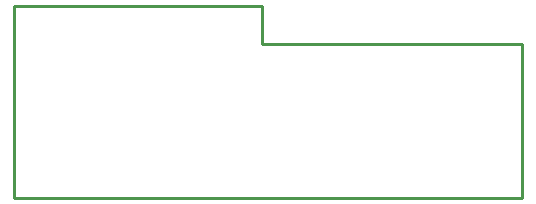
<source format=gko>
G04 Layer_Color=16711935*
%FSLAX43Y43*%
%MOMM*%
G71*
G01*
G75*
%ADD22C,0.254*%
D22*
X0Y16250D02*
X21000D01*
Y13000D02*
Y16250D01*
Y13000D02*
X43000D01*
Y0D02*
Y13000D01*
X0Y0D02*
X43000D01*
X0D02*
Y16250D01*
M02*

</source>
